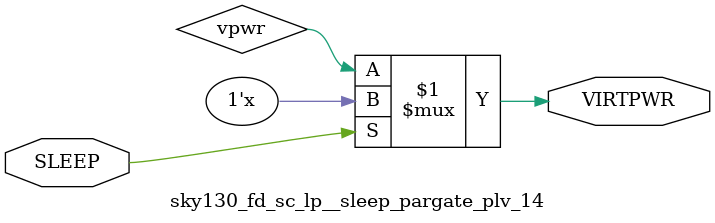
<source format=v>
/*
 * Copyright 2020 The SkyWater PDK Authors
 *
 * Licensed under the Apache License, Version 2.0 (the "License");
 * you may not use this file except in compliance with the License.
 * You may obtain a copy of the License at
 *
 *     https://www.apache.org/licenses/LICENSE-2.0
 *
 * Unless required by applicable law or agreed to in writing, software
 * distributed under the License is distributed on an "AS IS" BASIS,
 * WITHOUT WARRANTIES OR CONDITIONS OF ANY KIND, either express or implied.
 * See the License for the specific language governing permissions and
 * limitations under the License.
 *
 * SPDX-License-Identifier: Apache-2.0
*/


`ifndef SKY130_FD_SC_LP__SLEEP_PARGATE_PLV_14_FUNCTIONAL_V
`define SKY130_FD_SC_LP__SLEEP_PARGATE_PLV_14_FUNCTIONAL_V

/**
 * sleep_pargate_plv: ????.
 *
 * Verilog simulation functional model.
 */

`timescale 1ns / 1ps
`default_nettype none

`celldefine
module sky130_fd_sc_lp__sleep_pargate_plv_14 (
    VIRTPWR,
    SLEEP
);

    // Module ports
    output VIRTPWR;
    input  SLEEP  ;

    // Local signals
    wire vgnd;
    wire vpwr;

    //       Name       Output   Other arguments
    pulldown pulldown0 (vgnd   );
    bufif0   bufif00   (VIRTPWR, vpwr, SLEEP    );

endmodule
`endcelldefine

`default_nettype wire
`endif  // SKY130_FD_SC_LP__SLEEP_PARGATE_PLV_14_FUNCTIONAL_V

</source>
